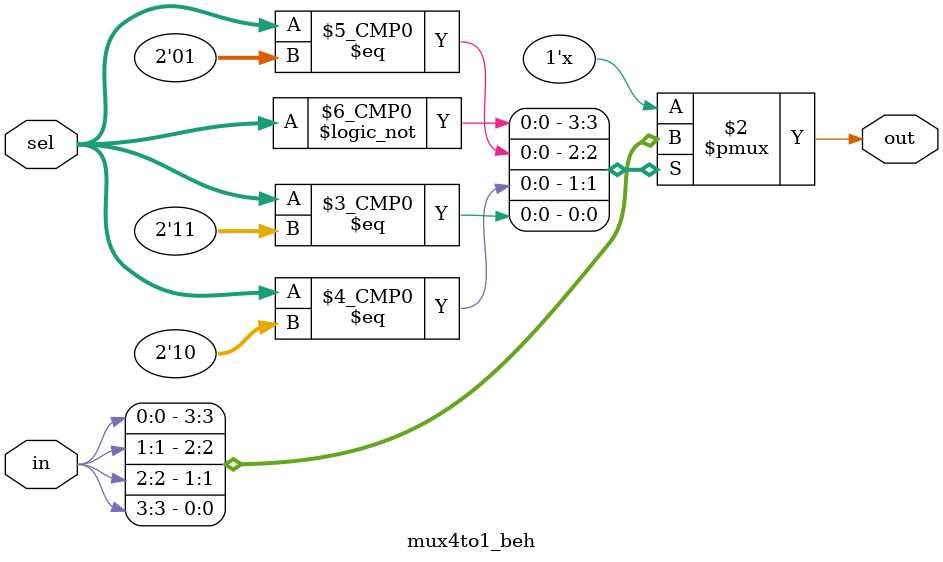
<source format=v>
module mux4to1_beh
(
        input [3:0] in,
        input [1:0] sel,
        output reg out
);
        always @(*) begin
                case(sel)
                        2'b00: out = in[0];
                        2'b01: out = in[1];
                        2'b10: out = in[2];
                        2'b11: out = in[3];
                endcase
        end
endmodule

</source>
